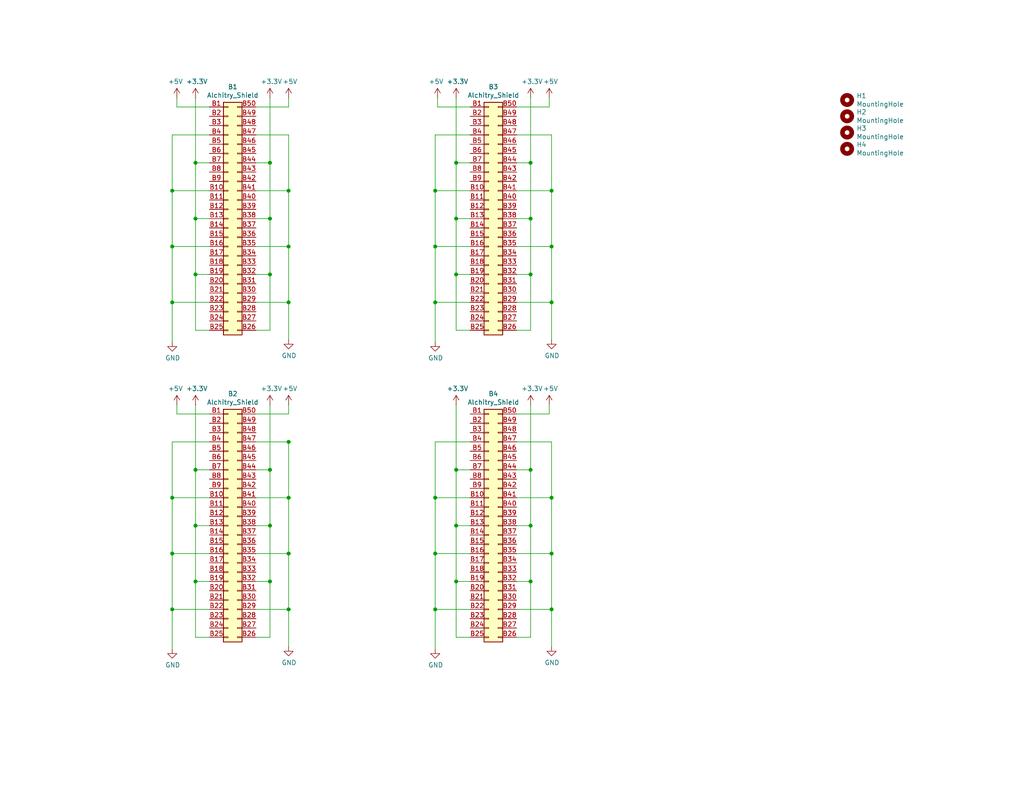
<source format=kicad_sch>
(kicad_sch (version 20231120) (generator "eeschema") (generator_version "8.0")
  (paper "USLetter")
  (title_block (date "2019-03-06"))
  (lib_symbols
    (symbol "Alchitry_Au-rescue:GND-power" (power) (pin_names (offset 0))
      (property "Value" "power_GND" (at 0 -3.81 0))
      (symbol "GND-power_0_1"
        (polyline (pts (xy 0 0) (xy 0 -1.27) (xy 1.27 -1.27) (xy 0 -2.54) (xy -1.27 -1.27) (xy 0 -1.27)))
      )
      (symbol "GND-power_1_1"
        (pin power_in line (at 0 0 270) (length 0) hide (name "GND") (number "1"))
      )
    )
    (symbol "Alchitry_Au:Alchitry_Shield" (pin_names (offset 1.016) hide)
      (property "Reference" "B" (at 0 26.67 0))
      (property "Value" "Alchitry_Shield" (at 0 31.75 0))
      (symbol "Alchitry_Shield_0_1"
        (rectangle (start -2.54 -36.703) (end -1.27 -36.957) (stroke (width 0.1524)))
        (rectangle (start -2.54 -34.163) (end -1.27 -34.417) (stroke (width 0.1524)))
        (rectangle (start -2.54 -31.623) (end -1.27 -31.877) (stroke (width 0.1524)))
        (rectangle (start -2.54 -29.083) (end -1.27 -29.337) (stroke (width 0.1524)))
        (rectangle (start -2.54 -26.543) (end -1.27 -26.797) (stroke (width 0.1524)))
        (rectangle (start -2.54 -24.003) (end -1.27 -24.257) (stroke (width 0.1524)))
        (rectangle (start -2.54 -21.463) (end -1.27 -21.717) (stroke (width 0.1524)))
        (rectangle (start -2.54 -18.923) (end -1.27 -19.177) (stroke (width 0.1524)))
        (rectangle (start -2.54 -16.383) (end -1.27 -16.637) (stroke (width 0.1524)))
        (rectangle (start -2.54 -13.843) (end -1.27 -14.097) (stroke (width 0.1524)))
        (rectangle (start -2.54 -11.303) (end -1.27 -11.557) (stroke (width 0.1524)))
        (rectangle (start -2.54 -8.763) (end -1.27 -9.017) (stroke (width 0.1524)))
        (rectangle (start -2.54 -6.223) (end -1.27 -6.477) (stroke (width 0.1524)))
        (rectangle (start -2.54 -3.683) (end -1.27 -3.937) (stroke (width 0.1524)))
        (rectangle (start -2.54 -1.143) (end -1.27 -1.397) (stroke (width 0.1524)))
        (rectangle (start -2.54 1.397) (end -1.27 1.143) (stroke (width 0.1524)))
        (rectangle (start -2.54 3.937) (end -1.27 3.683) (stroke (width 0.1524)))
        (rectangle (start -2.54 6.477) (end -1.27 6.223) (stroke (width 0.1524)))
        (rectangle (start -2.54 9.017) (end -1.27 8.763) (stroke (width 0.1524)))
        (rectangle (start -2.54 11.557) (end -1.27 11.303) (stroke (width 0.1524)))
        (rectangle (start -2.54 14.097) (end -1.27 13.843) (stroke (width 0.1524)))
        (rectangle (start -2.54 16.637) (end -1.27 16.383) (stroke (width 0.1524)))
        (rectangle (start -2.54 19.177) (end -1.27 18.923) (stroke (width 0.1524)))
        (rectangle (start -2.54 21.717) (end -1.27 21.463) (stroke (width 0.1524)))
        (rectangle (start -2.54 24.257) (end -1.27 24.003) (stroke (width 0.1524)))
        (rectangle (start -2.54 25.4) (end 2.54 -38.1) (stroke (width 0.254)) (fill (type background)))
        (rectangle (start 2.54 -36.703) (end 1.27 -36.957) (stroke (width 0.1524)))
        (rectangle (start 2.54 -34.163) (end 1.27 -34.417) (stroke (width 0.1524)))
        (rectangle (start 2.54 -31.623) (end 1.27 -31.877) (stroke (width 0.1524)))
        (rectangle (start 2.54 -29.083) (end 1.27 -29.337) (stroke (width 0.1524)))
        (rectangle (start 2.54 -26.543) (end 1.27 -26.797) (stroke (width 0.1524)))
        (rectangle (start 2.54 -24.003) (end 1.27 -24.257) (stroke (width 0.1524)))
        (rectangle (start 2.54 -21.463) (end 1.27 -21.717) (stroke (width 0.1524)))
        (rectangle (start 2.54 -18.923) (end 1.27 -19.177) (stroke (width 0.1524)))
        (rectangle (start 2.54 -16.383) (end 1.27 -16.637) (stroke (width 0.1524)))
        (rectangle (start 2.54 -13.843) (end 1.27 -14.097) (stroke (width 0.1524)))
        (rectangle (start 2.54 -11.303) (end 1.27 -11.557) (stroke (width 0.1524)))
        (rectangle (start 2.54 -8.763) (end 1.27 -9.017) (stroke (width 0.1524)))
        (rectangle (start 2.54 -6.223) (end 1.27 -6.477) (stroke (width 0.1524)))
        (rectangle (start 2.54 -3.683) (end 1.27 -3.937) (stroke (width 0.1524)))
        (rectangle (start 2.54 -1.143) (end 1.27 -1.397) (stroke (width 0.1524)))
        (rectangle (start 2.54 1.397) (end 1.27 1.143) (stroke (width 0.1524)))
        (rectangle (start 2.54 3.937) (end 1.27 3.683) (stroke (width 0.1524)))
        (rectangle (start 2.54 6.477) (end 1.27 6.223) (stroke (width 0.1524)))
        (rectangle (start 2.54 9.017) (end 1.27 8.763) (stroke (width 0.1524)))
        (rectangle (start 2.54 11.557) (end 1.27 11.303) (stroke (width 0.1524)))
        (rectangle (start 2.54 14.097) (end 1.27 13.843) (stroke (width 0.1524)))
        (rectangle (start 2.54 16.637) (end 1.27 16.383) (stroke (width 0.1524)))
        (rectangle (start 2.54 19.177) (end 1.27 18.923) (stroke (width 0.1524)))
        (rectangle (start 2.54 21.717) (end 1.27 21.463) (stroke (width 0.1524)))
        (rectangle (start 2.54 24.257) (end 1.27 24.003) (stroke (width 0.1524)))
      )
      (symbol "Alchitry_Shield_1_1"
        (pin passive line (at -6.35 24.13 0) (length 3.81) (name "Pin_1") (number "B1"))
        (pin passive line (at -6.35 1.27 0) (length 3.81) (name "Pin_10") (number "B10"))
        (pin passive line (at -6.35 -1.27 0) (length 3.81) (name "Pin_11") (number "B11"))
        (pin passive line (at -6.35 -3.81 0) (length 3.81) (name "Pin_12") (number "B12"))
        (pin passive line (at -6.35 -6.35 0) (length 3.81) (name "Pin_13") (number "B13"))
        (pin passive line (at -6.35 -8.89 0) (length 3.81) (name "Pin_14") (number "B14"))
        (pin passive line (at -6.35 -11.43 0) (length 3.81) (name "Pin_15") (number "B15"))
        (pin passive line (at -6.35 -13.97 0) (length 3.81) (name "Pin_16") (number "B16"))
        (pin passive line (at -6.35 -16.51 0) (length 3.81) (name "Pin_17") (number "B17"))
        (pin passive line (at -6.35 -19.05 0) (length 3.81) (name "Pin_18") (number "B18"))
        (pin passive line (at -6.35 -21.59 0) (length 3.81) (name "Pin_19") (number "B19"))
        (pin passive line (at -6.35 21.59 0) (length 3.81) (name "Pin_2") (number "B2"))
        (pin passive line (at -6.35 -24.13 0) (length 3.81) (name "Pin_20") (number "B20"))
        (pin passive line (at -6.35 -26.67 0) (length 3.81) (name "Pin_21") (number "B21"))
        (pin passive line (at -6.35 -29.21 0) (length 3.81) (name "Pin_22") (number "B22"))
        (pin passive line (at -6.35 -31.75 0) (length 3.81) (name "Pin_23") (number "B23"))
        (pin passive line (at -6.35 -34.29 0) (length 3.81) (name "Pin_24") (number "B24"))
        (pin passive line (at -6.35 -36.83 0) (length 3.81) (name "Pin_25") (number "B25"))
        (pin passive line (at 6.35 -36.83 180) (length 3.81) (name "Pin_26") (number "B26"))
        (pin passive line (at 6.35 -34.29 180) (length 3.81) (name "Pin_27") (number "B27"))
        (pin passive line (at 6.35 -31.75 180) (length 3.81) (name "Pin_28") (number "B28"))
        (pin passive line (at 6.35 -29.21 180) (length 3.81) (name "Pin_29") (number "B29"))
        (pin passive line (at -6.35 19.05 0) (length 3.81) (name "Pin_3") (number "B3"))
        (pin passive line (at 6.35 -26.67 180) (length 3.81) (name "Pin_30") (number "B30"))
        (pin passive line (at 6.35 -24.13 180) (length 3.81) (name "Pin_31") (number "B31"))
        (pin passive line (at 6.35 -21.59 180) (length 3.81) (name "Pin_32") (number "B32"))
        (pin passive line (at 6.35 -19.05 180) (length 3.81) (name "Pin_33") (number "B33"))
        (pin passive line (at 6.35 -16.51 180) (length 3.81) (name "Pin_34") (number "B34"))
        (pin passive line (at 6.35 -13.97 180) (length 3.81) (name "Pin_35") (number "B35"))
        (pin passive line (at 6.35 -11.43 180) (length 3.81) (name "Pin_36") (number "B36"))
        (pin passive line (at 6.35 -8.89 180) (length 3.81) (name "Pin_37") (number "B37"))
        (pin passive line (at 6.35 -6.35 180) (length 3.81) (name "Pin_38") (number "B38"))
        (pin passive line (at 6.35 -3.81 180) (length 3.81) (name "Pin_39") (number "B39"))
        (pin passive line (at -6.35 16.51 0) (length 3.81) (name "Pin_4") (number "B4"))
        (pin passive line (at 6.35 -1.27 180) (length 3.81) (name "Pin_40") (number "B40"))
        (pin passive line (at 6.35 1.27 180) (length 3.81) (name "Pin_41") (number "B41"))
        (pin passive line (at 6.35 3.81 180) (length 3.81) (name "Pin_42") (number "B42"))
        (pin passive line (at 6.35 6.35 180) (length 3.81) (name "Pin_43") (number "B43"))
        (pin passive line (at 6.35 8.89 180) (length 3.81) (name "Pin_44") (number "B44"))
        (pin passive line (at 6.35 11.43 180) (length 3.81) (name "Pin_45") (number "B45"))
        (pin passive line (at 6.35 13.97 180) (length 3.81) (name "Pin_46") (number "B46"))
        (pin passive line (at 6.35 16.51 180) (length 3.81) (name "Pin_47") (number "B47"))
        (pin passive line (at 6.35 19.05 180) (length 3.81) (name "Pin_48") (number "B48"))
        (pin passive line (at 6.35 21.59 180) (length 3.81) (name "Pin_49") (number "B49"))
        (pin passive line (at -6.35 13.97 0) (length 3.81) (name "Pin_5") (number "B5"))
        (pin passive line (at 6.35 24.13 180) (length 3.81) (name "Pin_50") (number "B50"))
        (pin passive line (at -6.35 11.43 0) (length 3.81) (name "Pin_6") (number "B6"))
        (pin passive line (at -6.35 8.89 0) (length 3.81) (name "Pin_7") (number "B7"))
        (pin passive line (at -6.35 6.35 0) (length 3.81) (name "Pin_8") (number "B8"))
        (pin passive line (at -6.35 3.81 0) (length 3.81) (name "Pin_9") (number "B9"))
      )
    )
    (symbol "Mechanical:MountingHole" (pin_names (offset 1.016)) (exclude_from_sim yes) (in_bom no)
      (property "Reference" "H" (at 0 5.08 0))
      (property "Value" "MountingHole" (at 0 3.175 0))
      (symbol "MountingHole_0_1"
        (circle (center 0 0) (radius 1.27) (stroke (width 1.27)))
      )
    )
    (symbol "power:+3.3V" (power) (pin_numbers hide) (pin_names (offset 0) hide)
      (property "Value" "+3.3V" (at 0 3.556 0))
      (symbol "+3.3V_0_1"
        (polyline (pts (xy -0.762 1.27) (xy 0 2.54)))
        (polyline (pts (xy 0 0) (xy 0 2.54)))
        (polyline (pts (xy 0 2.54) (xy 0.762 1.27)))
      )
      (symbol "+3.3V_1_1"
        (pin power_in line (at 0 0 90) (length 0) (name "~") (number "1"))
      )
    )
    (symbol "power:+5V" (power) (pin_numbers hide) (pin_names (offset 0) hide)
      (property "Value" "+5V" (at 0 3.556 0))
      (symbol "+5V_0_1"
        (polyline (pts (xy -0.762 1.27) (xy 0 2.54)))
        (polyline (pts (xy 0 0) (xy 0 2.54)))
        (polyline (pts (xy 0 2.54) (xy 0.762 1.27)))
      )
      (symbol "+5V_1_1"
        (pin power_in line (at 0 0 90) (length 0) (name "~") (number "1"))
      )
    )
  )
  (junction (at 53.34 74.93))
  (junction (at 78.74 135.89))
  (junction (at 53.34 143.51))
  (junction (at 150.495 67.31))
  (junction (at 144.78 44.45))
  (junction (at 150.495 166.37))
  (junction (at 144.78 74.93))
  (junction (at 78.74 120.65))
  (junction (at 118.745 135.89))
  (junction (at 124.46 74.93))
  (junction (at 124.46 59.69))
  (junction (at 144.78 128.27))
  (junction (at 73.66 128.27))
  (junction (at 144.78 158.75))
  (junction (at 73.66 44.45))
  (junction (at 73.66 74.93))
  (junction (at 78.74 151.13))
  (junction (at 118.745 166.37))
  (junction (at 46.99 67.31))
  (junction (at 150.495 151.13))
  (junction (at 53.34 128.27))
  (junction (at 53.34 44.45))
  (junction (at 73.66 143.51))
  (junction (at 46.99 52.07))
  (junction (at 73.66 59.69))
  (junction (at 150.495 82.55))
  (junction (at 78.74 67.31))
  (junction (at 46.99 166.37))
  (junction (at 46.99 82.55))
  (junction (at 78.74 166.37))
  (junction (at 124.46 128.27))
  (junction (at 144.78 59.69))
  (junction (at 73.66 158.75))
  (junction (at 118.745 67.31))
  (junction (at 144.78 143.51))
  (junction (at 118.745 151.13))
  (junction (at 124.46 158.75))
  (junction (at 78.74 52.07))
  (junction (at 124.46 44.45))
  (junction (at 118.745 52.07))
  (junction (at 118.745 82.55))
  (junction (at 150.495 135.89))
  (junction (at 124.46 143.51))
  (junction (at 53.34 59.69))
  (junction (at 150.495 52.07))
  (junction (at 53.34 158.75))
  (junction (at 46.99 151.13))
  (junction (at 46.99 135.89))
  (junction (at 78.74 82.55))
  (wire (pts (xy 118.745 67.31) (xy 128.27 67.31)))
  (wire (pts (xy 140.97 166.37) (xy 150.495 166.37)))
  (wire (pts (xy 128.27 29.21) (xy 119.38 29.21)))
  (wire (pts (xy 69.85 113.03) (xy 78.74 113.03)))
  (wire (pts (xy 118.745 151.13) (xy 128.27 151.13)))
  (wire (pts (xy 57.15 128.27) (xy 53.34 128.27)))
  (wire (pts (xy 78.74 151.13) (xy 78.74 166.37)))
  (wire (pts (xy 46.99 120.65) (xy 57.15 120.65)))
  (wire (pts (xy 69.85 59.69) (xy 73.66 59.69)))
  (wire (pts (xy 78.74 120.65) (xy 79.375 120.65)))
  (wire (pts (xy 46.99 67.31) (xy 57.15 67.31)))
  (wire (pts (xy 124.46 44.45) (xy 124.46 26.67)))
  (wire (pts (xy 140.97 151.13) (xy 150.495 151.13)))
  (wire (pts (xy 128.27 59.69) (xy 124.46 59.69)))
  (wire (pts (xy 144.78 74.93) (xy 144.78 59.69)))
  (wire (pts (xy 128.27 44.45) (xy 124.46 44.45)))
  (wire (pts (xy 57.15 74.93) (xy 53.34 74.93)))
  (wire (pts (xy 140.97 135.89) (xy 150.495 135.89)))
  (wire (pts (xy 69.85 90.17) (xy 73.66 90.17)))
  (wire (pts (xy 118.745 120.65) (xy 118.745 135.89)))
  (wire (pts (xy 53.34 143.51) (xy 53.34 128.27)))
  (wire (pts (xy 46.99 52.07) (xy 46.99 67.31)))
  (wire (pts (xy 124.46 158.75) (xy 124.46 143.51)))
  (wire (pts (xy 144.78 173.99) (xy 144.78 158.75)))
  (wire (pts (xy 57.15 143.51) (xy 53.34 143.51)))
  (wire (pts (xy 57.15 59.69) (xy 53.34 59.69)))
  (wire (pts (xy 78.74 67.31) (xy 78.74 82.55)))
  (wire (pts (xy 124.46 143.51) (xy 124.46 128.27)))
  (wire (pts (xy 150.495 135.89) (xy 150.495 151.13)))
  (wire (pts (xy 46.99 82.55) (xy 46.99 93.345)))
  (wire (pts (xy 140.97 158.75) (xy 144.78 158.75)))
  (wire (pts (xy 78.74 120.65) (xy 78.74 135.89)))
  (wire (pts (xy 150.495 52.07) (xy 150.495 67.31)))
  (wire (pts (xy 140.97 82.55) (xy 150.495 82.55)))
  (wire (pts (xy 78.74 29.21) (xy 78.74 26.67)))
  (wire (pts (xy 48.26 29.21) (xy 48.26 26.67)))
  (wire (pts (xy 46.99 135.89) (xy 46.99 151.13)))
  (wire (pts (xy 57.15 29.21) (xy 48.26 29.21)))
  (wire (pts (xy 46.99 166.37) (xy 57.15 166.37)))
  (wire (pts (xy 69.85 29.21) (xy 78.74 29.21)))
  (wire (pts (xy 69.85 82.55) (xy 78.74 82.55)))
  (wire (pts (xy 140.97 143.51) (xy 144.78 143.51)))
  (wire (pts (xy 118.745 52.07) (xy 118.745 67.31)))
  (wire (pts (xy 150.495 120.65) (xy 150.495 135.89)))
  (wire (pts (xy 57.15 44.45) (xy 53.34 44.45)))
  (wire (pts (xy 140.97 113.03) (xy 149.86 113.03)))
  (wire (pts (xy 140.97 36.83) (xy 150.495 36.83)))
  (wire (pts (xy 46.99 82.55) (xy 57.15 82.55)))
  (wire (pts (xy 118.745 151.13) (xy 118.745 166.37)))
  (wire (pts (xy 118.745 135.89) (xy 118.745 151.13)))
  (wire (pts (xy 140.97 128.27) (xy 144.78 128.27)))
  (wire (pts (xy 140.97 90.17) (xy 144.78 90.17)))
  (wire (pts (xy 118.745 82.55) (xy 118.745 93.345)))
  (wire (pts (xy 46.99 166.37) (xy 46.99 177.165)))
  (wire (pts (xy 140.97 120.65) (xy 150.495 120.65)))
  (wire (pts (xy 128.27 128.27) (xy 124.46 128.27)))
  (wire (pts (xy 140.97 67.31) (xy 150.495 67.31)))
  (wire (pts (xy 73.66 44.45) (xy 73.66 26.67)))
  (wire (pts (xy 128.27 143.51) (xy 124.46 143.51)))
  (wire (pts (xy 140.97 74.93) (xy 144.78 74.93)))
  (wire (pts (xy 69.85 158.75) (xy 73.66 158.75)))
  (wire (pts (xy 140.97 29.21) (xy 149.86 29.21)))
  (wire (pts (xy 73.66 158.75) (xy 73.66 143.51)))
  (wire (pts (xy 46.99 36.83) (xy 57.15 36.83)))
  (wire (pts (xy 78.74 52.07) (xy 78.74 67.31)))
  (wire (pts (xy 57.15 113.03) (xy 48.26 113.03)))
  (wire (pts (xy 73.66 143.51) (xy 73.66 128.27)))
  (wire (pts (xy 53.34 128.27) (xy 53.34 110.49)))
  (wire (pts (xy 118.745 36.83) (xy 118.745 52.07)))
  (wire (pts (xy 57.15 90.17) (xy 53.34 90.17)))
  (wire (pts (xy 140.97 59.69) (xy 144.78 59.69)))
  (wire (pts (xy 118.745 120.65) (xy 128.27 120.65)))
  (wire (pts (xy 118.745 135.89) (xy 128.27 135.89)))
  (wire (pts (xy 46.99 120.65) (xy 46.99 135.89)))
  (wire (pts (xy 124.46 74.93) (xy 124.46 59.69)))
  (wire (pts (xy 46.99 52.07) (xy 46.99 36.83)))
  (wire (pts (xy 46.99 52.07) (xy 57.15 52.07)))
  (wire (pts (xy 46.99 151.13) (xy 46.99 166.37)))
  (wire (pts (xy 69.85 166.37) (xy 78.74 166.37)))
  (wire (pts (xy 144.78 44.45) (xy 144.78 26.67)))
  (wire (pts (xy 69.85 128.27) (xy 73.66 128.27)))
  (wire (pts (xy 144.78 158.75) (xy 144.78 143.51)))
  (wire (pts (xy 69.85 120.65) (xy 78.74 120.65)))
  (wire (pts (xy 124.46 90.17) (xy 124.46 74.93)))
  (wire (pts (xy 150.495 151.13) (xy 150.495 166.37)))
  (wire (pts (xy 124.46 128.27) (xy 124.46 110.49)))
  (wire (pts (xy 78.74 151.13) (xy 79.375 151.13)))
  (wire (pts (xy 69.85 52.07) (xy 78.74 52.07)))
  (wire (pts (xy 73.66 59.69) (xy 73.66 44.45)))
  (wire (pts (xy 150.495 67.31) (xy 150.495 82.55)))
  (wire (pts (xy 57.15 173.99) (xy 53.34 173.99)))
  (wire (pts (xy 128.27 158.75) (xy 124.46 158.75)))
  (wire (pts (xy 118.745 166.37) (xy 128.27 166.37)))
  (wire (pts (xy 149.86 29.21) (xy 149.86 26.67)))
  (wire (pts (xy 78.74 135.89) (xy 79.375 135.89)))
  (wire (pts (xy 69.85 143.51) (xy 73.66 143.51)))
  (wire (pts (xy 118.745 166.37) (xy 118.745 177.165)))
  (wire (pts (xy 57.15 158.75) (xy 53.34 158.75)))
  (wire (pts (xy 118.745 52.07) (xy 128.27 52.07)))
  (wire (pts (xy 46.99 67.31) (xy 46.99 82.55)))
  (wire (pts (xy 69.85 36.83) (xy 78.74 36.83)))
  (wire (pts (xy 73.66 128.27) (xy 73.66 110.49)))
  (wire (pts (xy 69.85 67.31) (xy 78.74 67.31)))
  (wire (pts (xy 73.66 173.99) (xy 73.66 158.75)))
  (wire (pts (xy 128.27 173.99) (xy 124.46 173.99)))
  (wire (pts (xy 78.74 36.83) (xy 78.74 52.07)))
  (wire (pts (xy 53.34 158.75) (xy 53.34 143.51)))
  (wire (pts (xy 46.99 135.89) (xy 57.15 135.89)))
  (wire (pts (xy 144.78 128.27) (xy 144.78 110.49)))
  (wire (pts (xy 128.27 90.17) (xy 124.46 90.17)))
  (wire (pts (xy 119.38 29.21) (xy 119.38 26.67)))
  (wire (pts (xy 53.34 74.93) (xy 53.34 59.69)))
  (wire (pts (xy 124.46 173.99) (xy 124.46 158.75)))
  (wire (pts (xy 73.66 90.17) (xy 73.66 74.93)))
  (wire (pts (xy 69.85 135.89) (xy 78.74 135.89)))
  (wire (pts (xy 53.34 59.69) (xy 53.34 44.45)))
  (wire (pts (xy 46.99 151.13) (xy 57.15 151.13)))
  (wire (pts (xy 69.85 74.93) (xy 73.66 74.93)))
  (wire (pts (xy 78.74 166.37) (xy 79.375 166.37)))
  (wire (pts (xy 150.495 82.55) (xy 150.495 92.71)))
  (wire (pts (xy 53.34 173.99) (xy 53.34 158.75)))
  (wire (pts (xy 144.78 59.69) (xy 144.78 44.45)))
  (wire (pts (xy 78.74 113.03) (xy 78.74 110.49)))
  (wire (pts (xy 69.85 173.99) (xy 73.66 173.99)))
  (wire (pts (xy 78.74 82.55) (xy 78.74 92.71)))
  (wire (pts (xy 118.745 82.55) (xy 128.27 82.55)))
  (wire (pts (xy 69.85 151.13) (xy 78.74 151.13)))
  (wire (pts (xy 73.66 74.93) (xy 73.66 59.69)))
  (wire (pts (xy 69.85 44.45) (xy 73.66 44.45)))
  (wire (pts (xy 150.495 166.37) (xy 150.495 176.53)))
  (wire (pts (xy 144.78 90.17) (xy 144.78 74.93)))
  (wire (pts (xy 144.78 143.51) (xy 144.78 128.27)))
  (wire (pts (xy 118.745 36.83) (xy 128.27 36.83)))
  (wire (pts (xy 124.46 59.69) (xy 124.46 44.45)))
  (wire (pts (xy 140.97 52.07) (xy 150.495 52.07)))
  (wire (pts (xy 118.745 67.31) (xy 118.745 82.55)))
  (wire (pts (xy 140.97 173.99) (xy 144.78 173.99)))
  (wire (pts (xy 128.27 74.93) (xy 124.46 74.93)))
  (wire (pts (xy 78.74 166.37) (xy 78.74 176.53)))
  (wire (pts (xy 48.26 113.03) (xy 48.26 110.49)))
  (wire (pts (xy 53.34 90.17) (xy 53.34 74.93)))
  (wire (pts (xy 53.34 44.45) (xy 53.34 26.67)))
  (wire (pts (xy 150.495 36.83) (xy 150.495 52.07)))
  (wire (pts (xy 140.97 44.45) (xy 144.78 44.45)))
  (wire (pts (xy 149.86 113.03) (xy 149.86 110.49)))
  (wire (pts (xy 78.74 135.89) (xy 78.74 151.13)))
  (symbol (lib_id "Alchitry_Au:Alchitry_Shield") (at 63.5 53.34 0) (unit 1)
    (property "Reference" "B1" (at 63.5 23.6982 0))
    (property "Value" "Alchitry_Shield" (at 63.5 26.0096 0))
    (property "Footprint" "Alchitry_Au:Alchitry_Conn" (effects (hide yes)))
  )
  (symbol (lib_id "Mechanical:MountingHole") (at 231.14 27.305 0) (unit 1)
    (property "Reference" "H1" (at 233.68 26.1366 0) (effects (justify left)))
    (property "Value" "MountingHole" (at 233.68 28.448 0) (effects (justify left)))
    (property "Footprint" "Alchitry_Au:2m2ThroughHole" (effects (hide yes)))
  )
  (symbol (lib_id "Mechanical:MountingHole") (at 231.14 31.75 0) (unit 1)
    (property "Reference" "H2" (at 233.68 30.5816 0) (effects (justify left)))
    (property "Value" "MountingHole" (at 233.68 32.893 0) (effects (justify left)))
    (property "Footprint" "Alchitry_Au:2m2ThroughHole" (effects (hide yes)))
  )
  (symbol (lib_id "Mechanical:MountingHole") (at 231.14 40.64 0) (unit 1)
    (property "Reference" "H4" (at 233.68 39.4716 0) (effects (justify left)))
    (property "Value" "MountingHole" (at 233.68 41.783 0) (effects (justify left)))
    (property "Footprint" "Alchitry_Au:2m2ThroughHole" (effects (hide yes)))
  )
  (symbol (lib_id "Mechanical:MountingHole") (at 231.14 36.195 0) (unit 1)
    (property "Reference" "H3" (at 233.68 35.0266 0) (effects (justify left)))
    (property "Value" "MountingHole" (at 233.68 37.338 0) (effects (justify left)))
    (property "Footprint" "Alchitry_Au:2m2ThroughHole" (effects (hide yes)))
  )
  (symbol (lib_id "Alchitry_Au:Alchitry_Shield") (at 134.62 53.34 0) (unit 1)
    (property "Reference" "B3" (at 134.62 23.6982 0))
    (property "Value" "Alchitry_Shield" (at 134.62 26.0096 0))
    (property "Footprint" "Alchitry_Au:Alchitry_Conn" (effects (hide yes)))
  )
  (symbol (lib_id "Alchitry_Au:Alchitry_Shield") (at 63.5 137.16 0) (unit 1)
    (property "Reference" "B2" (at 63.5 107.5182 0))
    (property "Value" "Alchitry_Shield" (at 63.5 109.8296 0))
    (property "Footprint" "Alchitry_Au:Alchitry_Conn" (effects (hide yes)))
  )
  (symbol (lib_id "Alchitry_Au:Alchitry_Shield") (at 134.62 137.16 0) (unit 1)
    (property "Reference" "B4" (at 134.62 107.5182 0))
    (property "Value" "Alchitry_Shield" (at 134.62 109.8296 0))
    (property "Footprint" "Alchitry_Au:Alchitry_Conn" (effects (hide yes)))
  )
  (symbol (lib_id "Alchitry_Au-rescue:GND-power") (at 46.99 93.345 0) (unit 1)
    (property "Reference" "#PWR01" (effects (hide yes)))
    (property "Value" "GND" (at 47.117 97.7392 0))
  )
  (symbol (lib_id "Alchitry_Au-rescue:GND-power") (at 78.74 92.71 0) (unit 1)
    (property "Reference" "#PWR03" (effects (hide yes)))
    (property "Value" "GND" (at 78.867 97.1042 0))
  )
  (symbol (lib_id "Alchitry_Au-rescue:GND-power") (at 150.495 92.71 0) (unit 1)
    (property "Reference" "#PWR07" (effects (hide yes)))
    (property "Value" "GND" (at 150.622 97.1042 0))
  )
  (symbol (lib_id "Alchitry_Au-rescue:GND-power") (at 118.745 93.345 0) (unit 1)
    (property "Reference" "#PWR05" (effects (hide yes)))
    (property "Value" "GND" (at 118.872 97.7392 0))
  )
  (symbol (lib_id "Alchitry_Au-rescue:GND-power") (at 150.495 176.53 0) (unit 1)
    (property "Reference" "#PWR08" (effects (hide yes)))
    (property "Value" "GND" (at 150.622 180.9242 0))
  )
  (symbol (lib_id "Alchitry_Au-rescue:GND-power") (at 118.745 177.165 0) (unit 1)
    (property "Reference" "#PWR06" (effects (hide yes)))
    (property "Value" "GND" (at 118.872 181.5592 0))
  )
  (symbol (lib_id "Alchitry_Au-rescue:GND-power") (at 78.74 176.53 0) (unit 1)
    (property "Reference" "#PWR04" (effects (hide yes)))
    (property "Value" "GND" (at 78.867 180.9242 0))
  )
  (symbol (lib_id "Alchitry_Au-rescue:GND-power") (at 46.99 177.165 0) (unit 1)
    (property "Reference" "#PWR02" (effects (hide yes)))
    (property "Value" "GND" (at 47.117 181.5592 0))
  )
  (symbol (lib_id "power:+3.3V") (at 53.34 26.67 0) (unit 1)
    (property "Reference" "#PWR?" (effects (hide yes)))
    (property "Value" "+3.3V" (at 53.721 22.2758 0))
  )
  (symbol (lib_id "power:+3.3V") (at 73.66 26.67 0) (unit 1)
    (property "Reference" "#PWR?" (effects (hide yes)))
    (property "Value" "+3.3V" (at 74.041 22.2758 0))
  )
  (symbol (lib_id "power:+3.3V") (at 124.46 26.67 0) (unit 1)
    (property "Reference" "#PWR?" (effects (hide yes)))
    (property "Value" "+3.3V" (at 124.841 22.2758 0))
  )
  (symbol (lib_id "power:+3.3V") (at 144.78 26.67 0) (unit 1)
    (property "Reference" "#PWR?" (effects (hide yes)))
    (property "Value" "+3.3V" (at 145.161 22.2758 0))
  )
  (symbol (lib_id "power:+3.3V") (at 53.34 110.49 0) (unit 1)
    (property "Reference" "#PWR?" (effects (hide yes)))
    (property "Value" "+3.3V" (at 53.721 106.0958 0))
  )
  (symbol (lib_id "power:+3.3V") (at 73.66 110.49 0) (unit 1)
    (property "Reference" "#PWR?" (effects (hide yes)))
    (property "Value" "+3.3V" (at 74.041 106.0958 0))
  )
  (symbol (lib_id "power:+3.3V") (at 124.46 110.49 0) (unit 1)
    (property "Reference" "#PWR?" (effects (hide yes)))
    (property "Value" "+3.3V" (at 124.841 106.0958 0))
  )
  (symbol (lib_id "power:+3.3V") (at 144.78 110.49 0) (unit 1)
    (property "Reference" "#PWR?" (effects (hide yes)))
    (property "Value" "+3.3V" (at 145.161 106.0958 0))
  )
  (symbol (lib_id "power:+5V") (at 149.86 110.49 0) (unit 1)
    (property "Reference" "#PWR?" (effects (hide yes)))
    (property "Value" "+5V" (at 150.241 106.0958 0))
  )
  (symbol (lib_id "power:+5V") (at 149.86 26.67 0) (unit 1)
    (property "Reference" "#PWR?" (effects (hide yes)))
    (property "Value" "+5V" (at 150.241 22.2758 0))
  )
  (symbol (lib_id "power:+5V") (at 119.38 26.67 0) (mirror y) (unit 1)
    (property "Reference" "#PWR?" (effects (hide yes)))
    (property "Value" "+5V" (at 118.999 22.2758 0))
  )
  (symbol (lib_id "power:+5V") (at 48.26 26.67 0) (mirror y) (unit 1)
    (property "Reference" "#PWR?" (effects (hide yes)))
    (property "Value" "+5V" (at 47.879 22.2758 0))
  )
  (symbol (lib_id "power:+5V") (at 48.26 110.49 0) (mirror y) (unit 1)
    (property "Reference" "#PWR?" (effects (hide yes)))
    (property "Value" "+5V" (at 47.879 106.0958 0))
  )
  (symbol (lib_id "power:+5V") (at 78.74 110.49 0) (unit 1)
    (property "Reference" "#PWR?" (effects (hide yes)))
    (property "Value" "+5V" (at 79.121 106.0958 0))
  )
  (symbol (lib_id "power:+5V") (at 78.74 26.67 0) (unit 1)
    (property "Reference" "#PWR?" (effects (hide yes)))
    (property "Value" "+5V" (at 79.121 22.2758 0))
  )
)
</source>
